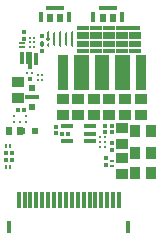
<source format=gbp>
G04*
G04 #@! TF.GenerationSoftware,Altium Limited,Altium Designer,25.0.2 (28)*
G04*
G04 Layer_Color=128*
%FSLAX44Y44*%
%MOMM*%
G71*
G04*
G04 #@! TF.SameCoordinates,54A35FAF-5F68-4BCB-90B9-8CF1E0348433*
G04*
G04*
G04 #@! TF.FilePolarity,Positive*
G04*
G01*
G75*
G04:AMPARAMS|DCode=11|XSize=0.28mm|YSize=0.23mm|CornerRadius=0.115mm|HoleSize=0mm|Usage=FLASHONLY|Rotation=90.000|XOffset=0mm|YOffset=0mm|HoleType=Round|Shape=RoundedRectangle|*
%AMROUNDEDRECTD11*
21,1,0.2800,0.0000,0,0,90.0*
21,1,0.0500,0.2300,0,0,90.0*
1,1,0.2300,0.0000,0.0250*
1,1,0.2300,0.0000,-0.0250*
1,1,0.2300,0.0000,-0.0250*
1,1,0.2300,0.0000,0.0250*
%
%ADD11ROUNDEDRECTD11*%
G04:AMPARAMS|DCode=12|XSize=0.805mm|YSize=0.23mm|CornerRadius=0.115mm|HoleSize=0mm|Usage=FLASHONLY|Rotation=90.000|XOffset=0mm|YOffset=0mm|HoleType=Round|Shape=RoundedRectangle|*
%AMROUNDEDRECTD12*
21,1,0.8050,0.0000,0,0,90.0*
21,1,0.5750,0.2300,0,0,90.0*
1,1,0.2300,0.0000,0.2875*
1,1,0.2300,0.0000,-0.2875*
1,1,0.2300,0.0000,-0.2875*
1,1,0.2300,0.0000,0.2875*
%
%ADD12ROUNDEDRECTD12*%
G04:AMPARAMS|DCode=13|XSize=1.155mm|YSize=0.23mm|CornerRadius=0.115mm|HoleSize=0mm|Usage=FLASHONLY|Rotation=90.000|XOffset=0mm|YOffset=0mm|HoleType=Round|Shape=RoundedRectangle|*
%AMROUNDEDRECTD13*
21,1,1.1550,0.0000,0,0,90.0*
21,1,0.9250,0.2300,0,0,90.0*
1,1,0.2300,0.0000,0.4625*
1,1,0.2300,0.0000,-0.4625*
1,1,0.2300,0.0000,-0.4625*
1,1,0.2300,0.0000,0.4625*
%
%ADD13ROUNDEDRECTD13*%
G04:AMPARAMS|DCode=14|XSize=1.33mm|YSize=0.23mm|CornerRadius=0.115mm|HoleSize=0mm|Usage=FLASHONLY|Rotation=90.000|XOffset=0mm|YOffset=0mm|HoleType=Round|Shape=RoundedRectangle|*
%AMROUNDEDRECTD14*
21,1,1.3300,0.0000,0,0,90.0*
21,1,1.1000,0.2300,0,0,90.0*
1,1,0.2300,0.0000,0.5500*
1,1,0.2300,0.0000,-0.5500*
1,1,0.2300,0.0000,-0.5500*
1,1,0.2300,0.0000,0.5500*
%
%ADD14ROUNDEDRECTD14*%
%ADD15R,0.3500X0.3500*%
%ADD16R,1.0000X0.9000*%
%ADD17R,0.2500X0.2500*%
%ADD18R,0.3000X0.3000*%
%ADD19R,0.6000X0.6000*%
%ADD20R,1.2000X0.4000*%
%ADD22C,0.3500*%
%ADD23R,0.3500X0.3500*%
%ADD24C,0.2200*%
%ADD26R,0.5627X0.2064*%
%ADD27C,0.2500*%
%ADD28R,1.5500X0.3750*%
%ADD29R,0.3850X0.9500*%
%ADD30R,0.5600X0.7400*%
%ADD31R,0.9000X1.0000*%
%ADD32R,1.1200X0.3200*%
%ADD33R,1.1200X0.3230*%
%ADD36R,0.3250X1.1500*%
%ADD37R,0.3200X1.1200*%
%ADD38R,0.3230X1.1200*%
%ADD43R,1.0000X0.4000*%
%ADD44R,0.3000X1.4000*%
%ADD45R,0.3000X1.0000*%
%ADD47R,0.2000X0.3500*%
%ADD48R,0.3500X0.2000*%
G04:AMPARAMS|DCode=49|XSize=0.3mm|YSize=0.3mm|CornerRadius=0.075mm|HoleSize=0mm|Usage=FLASHONLY|Rotation=180.000|XOffset=0mm|YOffset=0mm|HoleType=Round|Shape=RoundedRectangle|*
%AMROUNDEDRECTD49*
21,1,0.3000,0.1500,0,0,180.0*
21,1,0.1500,0.3000,0,0,180.0*
1,1,0.1500,-0.0750,0.0750*
1,1,0.1500,0.0750,0.0750*
1,1,0.1500,0.0750,-0.0750*
1,1,0.1500,-0.0750,-0.0750*
%
%ADD49ROUNDEDRECTD49*%
G04:AMPARAMS|DCode=51|XSize=0.3mm|YSize=0.35mm|CornerRadius=0.075mm|HoleSize=0mm|Usage=FLASHONLY|Rotation=0.000|XOffset=0mm|YOffset=0mm|HoleType=Round|Shape=RoundedRectangle|*
%AMROUNDEDRECTD51*
21,1,0.3000,0.2000,0,0,0.0*
21,1,0.1500,0.3500,0,0,0.0*
1,1,0.1500,0.0750,-0.1000*
1,1,0.1500,-0.0750,-0.1000*
1,1,0.1500,-0.0750,0.1000*
1,1,0.1500,0.0750,0.1000*
%
%ADD51ROUNDEDRECTD51*%
%ADD52R,0.5500X0.2060*%
%ADD53R,0.6000X0.6400*%
G04:AMPARAMS|DCode=54|XSize=0.325mm|YSize=1.1mm|CornerRadius=0.0813mm|HoleSize=0mm|Usage=FLASHONLY|Rotation=0.000|XOffset=0mm|YOffset=0mm|HoleType=Round|Shape=RoundedRectangle|*
%AMROUNDEDRECTD54*
21,1,0.3250,0.9375,0,0,0.0*
21,1,0.1625,1.1000,0,0,0.0*
1,1,0.1625,0.0813,-0.4688*
1,1,0.1625,-0.0813,-0.4688*
1,1,0.1625,-0.0813,0.4688*
1,1,0.1625,0.0813,0.4688*
%
%ADD54ROUNDEDRECTD54*%
%ADD55R,1.0500X0.3230*%
%ADD56C,0.2120*%
G36*
X19750Y170500D02*
X16250D01*
X16750Y174000D01*
X19750D01*
Y170500D01*
D02*
G37*
D11*
X38600Y161050D02*
D03*
D12*
Y168920D02*
D03*
D13*
X43600Y166300D02*
D03*
X53600D02*
D03*
D14*
X48600D02*
D03*
X58600D02*
D03*
D15*
X56000Y86250D02*
D03*
X50300D02*
D03*
X3000Y70000D02*
D03*
X8500D02*
D03*
X3000Y64000D02*
D03*
X8500D02*
D03*
X87000Y87750D02*
D03*
X92500D02*
D03*
X87250Y92750D02*
D03*
X92750D02*
D03*
X18600Y106250D02*
D03*
X12900D02*
D03*
D16*
X117000Y115750D02*
D03*
Y102250D02*
D03*
X51000D02*
D03*
Y115750D02*
D03*
X64200Y102250D02*
D03*
Y115750D02*
D03*
X77400Y102250D02*
D03*
Y115750D02*
D03*
X103800Y102250D02*
D03*
Y115750D02*
D03*
X90600Y102250D02*
D03*
Y115750D02*
D03*
X101000Y77250D02*
D03*
Y90750D02*
D03*
Y52250D02*
D03*
Y65750D02*
D03*
X13000Y130000D02*
D03*
Y116500D02*
D03*
D17*
X25500Y138000D02*
D03*
X20500D02*
D03*
D18*
X23000Y143000D02*
D03*
Y133000D02*
D03*
D19*
X16750Y88500D02*
D03*
X27750D02*
D03*
X24750Y125250D02*
D03*
Y109250D02*
D03*
D20*
Y117250D02*
D03*
D22*
X38250Y166250D02*
D03*
D23*
X87750Y60000D02*
D03*
Y65500D02*
D03*
X92678Y78072D02*
D03*
Y72372D02*
D03*
X45250Y92350D02*
D03*
Y86650D02*
D03*
X18000Y166750D02*
D03*
X33250Y168750D02*
D03*
Y156000D02*
D03*
D24*
X86900Y75250D02*
D03*
Y79250D02*
D03*
Y83250D02*
D03*
X82900Y75250D02*
D03*
Y79250D02*
D03*
Y83250D02*
D03*
X27000Y167750D02*
D03*
X23000D02*
D03*
X27000Y163750D02*
D03*
X23000D02*
D03*
X27000Y159750D02*
D03*
X23000D02*
D03*
D26*
X16750Y159718D02*
D03*
D27*
X10250Y101000D02*
D03*
Y96000D02*
D03*
X15250D02*
D03*
X20250Y101000D02*
D03*
Y96000D02*
D03*
D28*
X44750Y192870D02*
D03*
X89250D02*
D03*
D29*
X56850Y185350D02*
D03*
X32650D02*
D03*
X77150D02*
D03*
X101350D02*
D03*
D30*
X49100Y184300D02*
D03*
X40400D02*
D03*
X84900D02*
D03*
X93600D02*
D03*
D31*
X112250Y53000D02*
D03*
X125750D02*
D03*
X112250Y70000D02*
D03*
X125750D02*
D03*
X112250Y89000D02*
D03*
X125750D02*
D03*
X104250Y138000D02*
D03*
X117750D02*
D03*
X104250Y128000D02*
D03*
X117750D02*
D03*
X104250Y148000D02*
D03*
X117750D02*
D03*
X69250Y128000D02*
D03*
X82750D02*
D03*
X99750D02*
D03*
X86250D02*
D03*
X99750Y148000D02*
D03*
X86250D02*
D03*
X99750Y138000D02*
D03*
X86250D02*
D03*
X69250Y148000D02*
D03*
X82750D02*
D03*
X69250Y138000D02*
D03*
X82750D02*
D03*
X64750Y148000D02*
D03*
X51250D02*
D03*
X64750Y128000D02*
D03*
X51250D02*
D03*
X64750Y138000D02*
D03*
X51250D02*
D03*
D32*
X90000Y161600D02*
D03*
X101000Y161585D02*
D03*
X79000Y175585D02*
D03*
Y168585D02*
D03*
Y156400D02*
D03*
X101000Y163385D02*
D03*
X68000Y161600D02*
D03*
X90000Y163385D02*
D03*
X101000Y175585D02*
D03*
X68000Y175600D02*
D03*
X112000Y170385D02*
D03*
X90000Y175585D02*
D03*
X68000Y163400D02*
D03*
X112000Y161585D02*
D03*
Y163385D02*
D03*
D33*
X90000Y156400D02*
D03*
X101000Y156385D02*
D03*
X79000Y170385D02*
D03*
Y163385D02*
D03*
Y161600D02*
D03*
X101000Y168585D02*
D03*
X68000Y156400D02*
D03*
X90000Y168585D02*
D03*
X101000Y170385D02*
D03*
X68000Y170400D02*
D03*
X90000Y170385D02*
D03*
X68000Y168600D02*
D03*
X112000Y156385D02*
D03*
Y168585D02*
D03*
D36*
X23125Y149500D02*
D03*
D37*
X22100Y150000D02*
D03*
D38*
X16900D02*
D03*
D43*
X74150Y92750D02*
D03*
Y86250D02*
D03*
Y79750D02*
D03*
X55150D02*
D03*
Y92750D02*
D03*
D44*
X18825Y30500D02*
D03*
X33825D02*
D03*
X28825D02*
D03*
X23825D02*
D03*
X13825D02*
D03*
X98825D02*
D03*
X93825D02*
D03*
X88825D02*
D03*
X83825D02*
D03*
X78825D02*
D03*
X73825D02*
D03*
X68825D02*
D03*
X63825D02*
D03*
X58825D02*
D03*
X53825D02*
D03*
X48825D02*
D03*
X43825D02*
D03*
X38825D02*
D03*
D45*
X106725Y7000D02*
D03*
X5925D02*
D03*
D47*
X2750Y58000D02*
D03*
X6750D02*
D03*
X2750Y76000D02*
D03*
X6750D02*
D03*
D48*
X92750Y59000D02*
D03*
Y63000D02*
D03*
D49*
X33500Y163000D02*
D03*
D51*
Y161500D02*
D03*
D52*
X17000Y163282D02*
D03*
D53*
X5850Y88500D02*
D03*
X14650D02*
D03*
D54*
X28375Y149250D02*
D03*
D55*
X111400Y175585D02*
D03*
D56*
X34000Y136000D02*
D03*
X30000D02*
D03*
X34000Y132000D02*
D03*
X30000D02*
D03*
M02*

</source>
